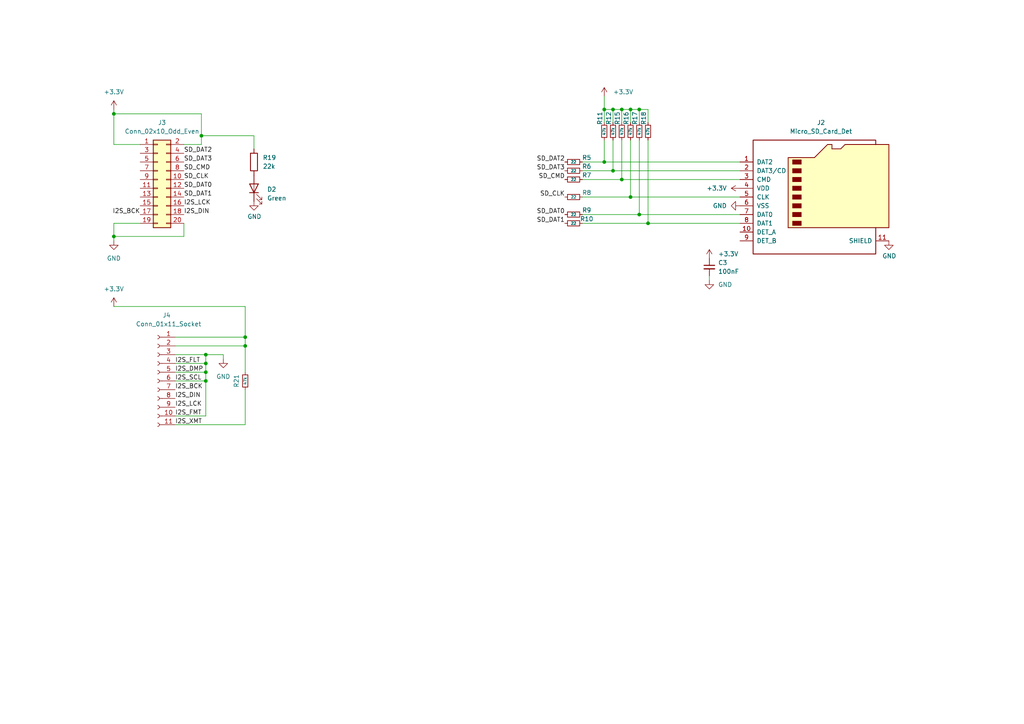
<source format=kicad_sch>
(kicad_sch (version 20230121) (generator eeschema)
  (paper "A4")
  (lib_symbols
    (symbol "+3.3V_1" (power) (pin_names (offset 0))
      (property "Value" "+3.3V_1" (at 0 3.556 0))
      (symbol "+3.3V_1_0_1"
        (polyline (pts (xy -0.762 1.27) (xy 0 2.54)))
        (polyline (pts (xy 0 0) (xy 0 2.54)))
        (polyline (pts (xy 0 2.54) (xy 0.762 1.27)))
      )
      (symbol "+3.3V_1_1_1"
        (pin power_in line (at 0 0 90) (length 0) hide (name "+3.3V") (number "1"))
      )
    )
    (symbol "Connector:Conn_01x11_Socket" (pin_names (offset 1.016) hide)
      (property "Reference" "J" (at 0 15.24 0))
      (property "Value" "Conn_01x11_Socket" (at 0 -15.24 0))
      (symbol "Conn_01x11_Socket_1_1"
        (arc (start 0 -12.192) (mid -0.5058 -12.7) (end 0 -13.208) (stroke (width 0.1524)))
        (arc (start 0 -9.652) (mid -0.5058 -10.16) (end 0 -10.668) (stroke (width 0.1524)))
        (arc (start 0 -7.112) (mid -0.5058 -7.62) (end 0 -8.128) (stroke (width 0.1524)))
        (arc (start 0 -4.572) (mid -0.5058 -5.08) (end 0 -5.588) (stroke (width 0.1524)))
        (arc (start 0 -2.032) (mid -0.5058 -2.54) (end 0 -3.048) (stroke (width 0.1524)))
        (polyline (pts (xy -1.27 -12.7) (xy -0.508 -12.7)) (stroke (width 0.1524)))
        (polyline (pts (xy -1.27 -10.16) (xy -0.508 -10.16)) (stroke (width 0.1524)))
        (polyline (pts (xy -1.27 -7.62) (xy -0.508 -7.62)) (stroke (width 0.1524)))
        (polyline (pts (xy -1.27 -5.08) (xy -0.508 -5.08)) (stroke (width 0.1524)))
        (polyline (pts (xy -1.27 -2.54) (xy -0.508 -2.54)) (stroke (width 0.1524)))
        (polyline (pts (xy -1.27 0) (xy -0.508 0)) (stroke (width 0.1524)))
        (polyline (pts (xy -1.27 2.54) (xy -0.508 2.54)) (stroke (width 0.1524)))
        (polyline (pts (xy -1.27 5.08) (xy -0.508 5.08)) (stroke (width 0.1524)))
        (polyline (pts (xy -1.27 7.62) (xy -0.508 7.62)) (stroke (width 0.1524)))
        (polyline (pts (xy -1.27 10.16) (xy -0.508 10.16)) (stroke (width 0.1524)))
        (polyline (pts (xy -1.27 12.7) (xy -0.508 12.7)) (stroke (width 0.1524)))
        (arc (start 0 0.508) (mid -0.5058 0) (end 0 -0.508) (stroke (width 0.1524)))
        (arc (start 0 3.048) (mid -0.5058 2.54) (end 0 2.032) (stroke (width 0.1524)))
        (arc (start 0 5.588) (mid -0.5058 5.08) (end 0 4.572) (stroke (width 0.1524)))
        (arc (start 0 8.128) (mid -0.5058 7.62) (end 0 7.112) (stroke (width 0.1524)))
        (arc (start 0 10.668) (mid -0.5058 10.16) (end 0 9.652) (stroke (width 0.1524)))
        (arc (start 0 13.208) (mid -0.5058 12.7) (end 0 12.192) (stroke (width 0.1524)))
        (pin passive line (at -5.08 12.7 0) (length 3.81) (name "Pin_1") (number "1"))
        (pin passive line (at -5.08 -10.16 0) (length 3.81) (name "Pin_10") (number "10"))
        (pin passive line (at -5.08 -12.7 0) (length 3.81) (name "Pin_11") (number "11"))
        (pin passive line (at -5.08 10.16 0) (length 3.81) (name "Pin_2") (number "2"))
        (pin passive line (at -5.08 7.62 0) (length 3.81) (name "Pin_3") (number "3"))
        (pin passive line (at -5.08 5.08 0) (length 3.81) (name "Pin_4") (number "4"))
        (pin passive line (at -5.08 2.54 0) (length 3.81) (name "Pin_5") (number "5"))
        (pin passive line (at -5.08 0 0) (length 3.81) (name "Pin_6") (number "6"))
        (pin passive line (at -5.08 -2.54 0) (length 3.81) (name "Pin_7") (number "7"))
        (pin passive line (at -5.08 -5.08 0) (length 3.81) (name "Pin_8") (number "8"))
        (pin passive line (at -5.08 -7.62 0) (length 3.81) (name "Pin_9") (number "9"))
      )
    )
    (symbol "Connector:Micro_SD_Card_Det" (pin_names (offset 1.016))
      (property "Reference" "J" (at -16.51 17.78 0))
      (property "Value" "Micro_SD_Card_Det" (at 16.51 17.78 0))
      (symbol "Micro_SD_Card_Det_0_1"
        (rectangle (start -7.62 -6.985) (end -5.08 -8.255) (fill (type outline)))
        (rectangle (start -7.62 -4.445) (end -5.08 -5.715) (fill (type outline)))
        (rectangle (start -7.62 -1.905) (end -5.08 -3.175) (fill (type outline)))
        (rectangle (start -7.62 0.635) (end -5.08 -0.635) (fill (type outline)))
        (rectangle (start -7.62 3.175) (end -5.08 1.905) (fill (type outline)))
        (rectangle (start -7.62 5.715) (end -5.08 4.445) (fill (type outline)))
        (rectangle (start -7.62 8.255) (end -5.08 6.985) (fill (type outline)))
        (rectangle (start -7.62 10.795) (end -5.08 9.525) (fill (type outline)))
        (polyline (pts (xy 16.51 15.24) (xy 16.51 16.51) (xy -19.05 16.51) (xy -19.05 -16.51) (xy 16.51 -16.51) (xy 16.51 -8.89)) (stroke (width 0.254)))
        (polyline (pts (xy -8.89 -8.89) (xy -8.89 11.43) (xy -1.27 11.43) (xy 2.54 15.24) (xy 3.81 15.24) (xy 3.81 13.97) (xy 6.35 13.97) (xy 7.62 15.24) (xy 20.32 15.24) (xy 20.32 -8.89) (xy -8.89 -8.89)) (stroke (width 0.254)) (fill (type background)))
      )
      (symbol "Micro_SD_Card_Det_1_1"
        (pin bidirectional line (at -22.86 10.16 0) (length 3.81) (name "DAT2") (number "1"))
        (pin passive line (at -22.86 -10.16 0) (length 3.81) (name "DET_A") (number "10"))
        (pin passive line (at 20.32 -12.7 180) (length 3.81) (name "SHIELD") (number "11"))
        (pin bidirectional line (at -22.86 7.62 0) (length 3.81) (name "DAT3/CD") (number "2"))
        (pin input line (at -22.86 5.08 0) (length 3.81) (name "CMD") (number "3"))
        (pin power_in line (at -22.86 2.54 0) (length 3.81) (name "VDD") (number "4"))
        (pin input line (at -22.86 0 0) (length 3.81) (name "CLK") (number "5"))
        (pin power_in line (at -22.86 -2.54 0) (length 3.81) (name "VSS") (number "6"))
        (pin bidirectional line (at -22.86 -5.08 0) (length 3.81) (name "DAT0") (number "7"))
        (pin bidirectional line (at -22.86 -7.62 0) (length 3.81) (name "DAT1") (number "8"))
        (pin passive line (at -22.86 -12.7 0) (length 3.81) (name "DET_B") (number "9"))
      )
    )
    (symbol "Connector_Generic:Conn_02x10_Odd_Even" (pin_names (offset 1.016) hide)
      (property "Reference" "J" (at 1.27 12.7 0))
      (property "Value" "Conn_02x10_Odd_Even" (at 1.27 -15.24 0))
      (symbol "Conn_02x10_Odd_Even_1_1"
        (rectangle (start -1.27 -12.573) (end 0 -12.827) (stroke (width 0.1524)))
        (rectangle (start -1.27 -10.033) (end 0 -10.287) (stroke (width 0.1524)))
        (rectangle (start -1.27 -7.493) (end 0 -7.747) (stroke (width 0.1524)))
        (rectangle (start -1.27 -4.953) (end 0 -5.207) (stroke (width 0.1524)))
        (rectangle (start -1.27 -2.413) (end 0 -2.667) (stroke (width 0.1524)))
        (rectangle (start -1.27 0.127) (end 0 -0.127) (stroke (width 0.1524)))
        (rectangle (start -1.27 2.667) (end 0 2.413) (stroke (width 0.1524)))
        (rectangle (start -1.27 5.207) (end 0 4.953) (stroke (width 0.1524)))
        (rectangle (start -1.27 7.747) (end 0 7.493) (stroke (width 0.1524)))
        (rectangle (start -1.27 10.287) (end 0 10.033) (stroke (width 0.1524)))
        (rectangle (start -1.27 11.43) (end 3.81 -13.97) (stroke (width 0.254)) (fill (type background)))
        (rectangle (start 3.81 -12.573) (end 2.54 -12.827) (stroke (width 0.1524)))
        (rectangle (start 3.81 -10.033) (end 2.54 -10.287) (stroke (width 0.1524)))
        (rectangle (start 3.81 -7.493) (end 2.54 -7.747) (stroke (width 0.1524)))
        (rectangle (start 3.81 -4.953) (end 2.54 -5.207) (stroke (width 0.1524)))
        (rectangle (start 3.81 -2.413) (end 2.54 -2.667) (stroke (width 0.1524)))
        (rectangle (start 3.81 0.127) (end 2.54 -0.127) (stroke (width 0.1524)))
        (rectangle (start 3.81 2.667) (end 2.54 2.413) (stroke (width 0.1524)))
        (rectangle (start 3.81 5.207) (end 2.54 4.953) (stroke (width 0.1524)))
        (rectangle (start 3.81 7.747) (end 2.54 7.493) (stroke (width 0.1524)))
        (rectangle (start 3.81 10.287) (end 2.54 10.033) (stroke (width 0.1524)))
        (pin passive line (at -5.08 10.16 0) (length 3.81) (name "Pin_1") (number "1"))
        (pin passive line (at 7.62 0 180) (length 3.81) (name "Pin_10") (number "10"))
        (pin passive line (at -5.08 -2.54 0) (length 3.81) (name "Pin_11") (number "11"))
        (pin passive line (at 7.62 -2.54 180) (length 3.81) (name "Pin_12") (number "12"))
        (pin passive line (at -5.08 -5.08 0) (length 3.81) (name "Pin_13") (number "13"))
        (pin passive line (at 7.62 -5.08 180) (length 3.81) (name "Pin_14") (number "14"))
        (pin passive line (at -5.08 -7.62 0) (length 3.81) (name "Pin_15") (number "15"))
        (pin passive line (at 7.62 -7.62 180) (length 3.81) (name "Pin_16") (number "16"))
        (pin passive line (at -5.08 -10.16 0) (length 3.81) (name "Pin_17") (number "17"))
        (pin passive line (at 7.62 -10.16 180) (length 3.81) (name "Pin_18") (number "18"))
        (pin passive line (at -5.08 -12.7 0) (length 3.81) (name "Pin_19") (number "19"))
        (pin passive line (at 7.62 10.16 180) (length 3.81) (name "Pin_2") (number "2"))
        (pin passive line (at 7.62 -12.7 180) (length 3.81) (name "Pin_20") (number "20"))
        (pin passive line (at -5.08 7.62 0) (length 3.81) (name "Pin_3") (number "3"))
        (pin passive line (at 7.62 7.62 180) (length 3.81) (name "Pin_4") (number "4"))
        (pin passive line (at -5.08 5.08 0) (length 3.81) (name "Pin_5") (number "5"))
        (pin passive line (at 7.62 5.08 180) (length 3.81) (name "Pin_6") (number "6"))
        (pin passive line (at -5.08 2.54 0) (length 3.81) (name "Pin_7") (number "7"))
        (pin passive line (at 7.62 2.54 180) (length 3.81) (name "Pin_8") (number "8"))
        (pin passive line (at -5.08 0 0) (length 3.81) (name "Pin_9") (number "9"))
      )
    )
    (symbol "Device:C_Small" (pin_numbers hide) (pin_names (offset 0.254) hide)
      (property "Reference" "C" (at 0.254 1.778 0))
      (property "Value" "C_Small" (at 0.254 -2.032 0))
      (symbol "C_Small_0_1"
        (polyline (pts (xy -1.524 -0.508) (xy 1.524 -0.508)) (stroke (width 0.3302)))
        (polyline (pts (xy -1.524 0.508) (xy 1.524 0.508)) (stroke (width 0.3048)))
      )
      (symbol "C_Small_1_1"
        (pin passive line (at 0 2.54 270) (length 2.032) (name "~") (number "1"))
        (pin passive line (at 0 -2.54 90) (length 2.032) (name "~") (number "2"))
      )
    )
    (symbol "Device:LED" (pin_numbers hide) (pin_names (offset 1.016) hide)
      (property "Reference" "D" (at 0 2.54 0))
      (property "Value" "LED" (at 0 -2.54 0))
      (symbol "LED_0_1"
        (polyline (pts (xy -1.27 -1.27) (xy -1.27 1.27)) (stroke (width 0.254)))
        (polyline (pts (xy -1.27 0) (xy 1.27 0)))
        (polyline (pts (xy 1.27 -1.27) (xy 1.27 1.27) (xy -1.27 0) (xy 1.27 -1.27)) (stroke (width 0.254)))
        (polyline (pts (xy -3.048 -0.762) (xy -4.572 -2.286) (xy -3.81 -2.286) (xy -4.572 -2.286) (xy -4.572 -1.524)))
        (polyline (pts (xy -1.778 -0.762) (xy -3.302 -2.286) (xy -2.54 -2.286) (xy -3.302 -2.286) (xy -3.302 -1.524)))
      )
      (symbol "LED_1_1"
        (pin passive line (at -3.81 0 0) (length 2.54) (name "K") (number "1"))
        (pin passive line (at 3.81 0 180) (length 2.54) (name "A") (number "2"))
      )
    )
    (symbol "Device:R" (pin_numbers hide) (pin_names (offset 0))
      (property "Reference" "R" (at 2.032 0 90))
      (property "Value" "R" (at 0 0 90))
      (symbol "R_0_1"
        (rectangle (start -1.016 -2.54) (end 1.016 2.54) (stroke (width 0.254)))
      )
      (symbol "R_1_1"
        (pin passive line (at 0 3.81 270) (length 1.27) (name "~") (number "1"))
        (pin passive line (at 0 -3.81 90) (length 1.27) (name "~") (number "2"))
      )
    )
    (symbol "Device:R_Small" (pin_numbers hide) (pin_names (offset 0.254) hide)
      (property "Reference" "R" (at 0.762 0.508 0))
      (property "Value" "R_Small" (at 0.762 -1.016 0))
      (symbol "R_Small_0_1"
        (rectangle (start -0.762 1.778) (end 0.762 -1.778) (stroke (width 0.2032)))
      )
      (symbol "R_Small_1_1"
        (pin passive line (at 0 2.54 270) (length 0.762) (name "~") (number "1"))
        (pin passive line (at 0 -2.54 90) (length 0.762) (name "~") (number "2"))
      )
    )
    (symbol "GND_1" (power) (pin_names (offset 0))
      (property "Value" "GND_1" (at 0 -3.81 0))
      (symbol "GND_1_0_1"
        (polyline (pts (xy 0 0) (xy 0 -1.27) (xy 1.27 -1.27) (xy 0 -2.54) (xy -1.27 -1.27) (xy 0 -1.27)))
      )
      (symbol "GND_1_1_1"
        (pin power_in line (at 0 0 270) (length 0) hide (name "GND") (number "1"))
      )
    )
    (symbol "power:+3.3V" (power) (pin_names (offset 0))
      (property "Value" "+3.3V" (at 0 3.556 0))
      (symbol "+3.3V_0_1"
        (polyline (pts (xy -0.762 1.27) (xy 0 2.54)))
        (polyline (pts (xy 0 0) (xy 0 2.54)))
        (polyline (pts (xy 0 2.54) (xy 0.762 1.27)))
      )
      (symbol "+3.3V_1_1"
        (pin power_in line (at 0 0 90) (length 0) hide (name "+3.3V") (number "1"))
      )
    )
    (symbol "power:GND" (power) (pin_names (offset 0))
      (property "Value" "GND" (at 0 -3.81 0))
      (symbol "GND_0_1"
        (polyline (pts (xy 0 0) (xy 0 -1.27) (xy 1.27 -1.27) (xy 0 -2.54) (xy -1.27 -1.27) (xy 0 -1.27)))
      )
      (symbol "GND_1_1"
        (pin power_in line (at 0 0 270) (length 0) hide (name "GND") (number "1"))
      )
    )
  )
  (junction (at 175.26 46.99))
  (junction (at 180.34 31.75))
  (junction (at 71.12 97.79))
  (junction (at 59.69 110.49))
  (junction (at 180.34 52.07))
  (junction (at 59.69 102.87))
  (junction (at 33.02 68.58))
  (junction (at 177.8 31.75))
  (junction (at 185.42 62.23))
  (junction (at 59.69 107.95))
  (junction (at 182.88 31.75))
  (junction (at 59.69 105.41))
  (junction (at 33.02 33.02))
  (junction (at 175.26 31.75))
  (junction (at 177.8 49.53))
  (junction (at 187.96 64.77))
  (junction (at 182.88 57.15))
  (junction (at 58.42 39.37))
  (junction (at 185.42 31.75))
  (junction (at 71.12 100.33))
  (wire (pts (xy 53.34 41.91) (xy 58.42 41.91)))
  (wire (pts (xy 73.66 39.37) (xy 58.42 39.37)))
  (wire (pts (xy 168.91 52.07) (xy 180.34 52.07)))
  (wire (pts (xy 33.02 33.02) (xy 33.02 41.91)))
  (wire (pts (xy 73.66 43.18) (xy 73.66 39.37)))
  (wire (pts (xy 177.8 49.53) (xy 214.63 49.53)))
  (wire (pts (xy 71.12 113.03) (xy 71.12 123.19)))
  (wire (pts (xy 175.26 31.75) (xy 175.26 35.56)))
  (wire (pts (xy 168.91 64.77) (xy 187.96 64.77)))
  (wire (pts (xy 50.8 110.49) (xy 59.69 110.49)))
  (wire (pts (xy 59.69 110.49) (xy 59.69 107.95)))
  (wire (pts (xy 168.91 62.23) (xy 185.42 62.23)))
  (wire (pts (xy 175.26 27.94) (xy 175.26 31.75)))
  (wire (pts (xy 64.77 102.87) (xy 59.69 102.87)))
  (wire (pts (xy 182.88 40.64) (xy 182.88 57.15)))
  (wire (pts (xy 50.8 100.33) (xy 71.12 100.33)))
  (wire (pts (xy 177.8 40.64) (xy 177.8 49.53)))
  (wire (pts (xy 182.88 31.75) (xy 180.34 31.75)))
  (wire (pts (xy 40.64 64.77) (xy 33.02 64.77)))
  (wire (pts (xy 168.91 49.53) (xy 177.8 49.53)))
  (wire (pts (xy 59.69 107.95) (xy 59.69 105.41)))
  (wire (pts (xy 185.42 62.23) (xy 214.63 62.23)))
  (wire (pts (xy 59.69 105.41) (xy 59.69 102.87)))
  (wire (pts (xy 180.34 52.07) (xy 214.63 52.07)))
  (wire (pts (xy 185.42 40.64) (xy 185.42 62.23)))
  (wire (pts (xy 33.02 64.77) (xy 33.02 68.58)))
  (wire (pts (xy 71.12 88.9) (xy 71.12 97.79)))
  (wire (pts (xy 180.34 40.64) (xy 180.34 52.07)))
  (wire (pts (xy 168.91 46.99) (xy 175.26 46.99)))
  (wire (pts (xy 58.42 33.02) (xy 33.02 33.02)))
  (wire (pts (xy 33.02 88.9) (xy 71.12 88.9)))
  (wire (pts (xy 182.88 57.15) (xy 214.63 57.15)))
  (wire (pts (xy 180.34 31.75) (xy 177.8 31.75)))
  (wire (pts (xy 50.8 97.79) (xy 71.12 97.79)))
  (wire (pts (xy 71.12 123.19) (xy 50.8 123.19)))
  (wire (pts (xy 58.42 39.37) (xy 58.42 33.02)))
  (wire (pts (xy 64.77 104.14) (xy 64.77 102.87)))
  (wire (pts (xy 59.69 120.65) (xy 59.69 110.49)))
  (wire (pts (xy 33.02 33.02) (xy 33.02 31.75)))
  (wire (pts (xy 175.26 40.64) (xy 175.26 46.99)))
  (wire (pts (xy 180.34 35.56) (xy 180.34 31.75)))
  (wire (pts (xy 187.96 40.64) (xy 187.96 64.77)))
  (wire (pts (xy 33.02 68.58) (xy 33.02 69.85)))
  (wire (pts (xy 53.34 64.77) (xy 53.34 68.58)))
  (wire (pts (xy 50.8 105.41) (xy 59.69 105.41)))
  (wire (pts (xy 187.96 64.77) (xy 214.63 64.77)))
  (wire (pts (xy 175.26 46.99) (xy 214.63 46.99)))
  (wire (pts (xy 185.42 35.56) (xy 185.42 31.75)))
  (wire (pts (xy 71.12 100.33) (xy 71.12 97.79)))
  (wire (pts (xy 58.42 41.91) (xy 58.42 39.37)))
  (wire (pts (xy 187.96 31.75) (xy 185.42 31.75)))
  (wire (pts (xy 40.64 41.91) (xy 33.02 41.91)))
  (wire (pts (xy 177.8 35.56) (xy 177.8 31.75)))
  (wire (pts (xy 182.88 31.75) (xy 185.42 31.75)))
  (wire (pts (xy 50.8 107.95) (xy 59.69 107.95)))
  (wire (pts (xy 187.96 35.56) (xy 187.96 31.75)))
  (wire (pts (xy 168.91 57.15) (xy 182.88 57.15)))
  (wire (pts (xy 205.74 81.28) (xy 205.74 80.01)))
  (wire (pts (xy 50.8 102.87) (xy 59.69 102.87)))
  (wire (pts (xy 182.88 35.56) (xy 182.88 31.75)))
  (wire (pts (xy 50.8 120.65) (xy 59.69 120.65)))
  (wire (pts (xy 33.02 68.58) (xy 53.34 68.58)))
  (wire (pts (xy 71.12 100.33) (xy 71.12 107.95)))
  (wire (pts (xy 177.8 31.75) (xy 175.26 31.75)))
  (label "SD_DAT2" (at 163.83 46.99 180))
  (label "I2S_XMT" (at 50.8 123.19 0))
  (label "I2S_DIN" (at 53.34 62.23 0))
  (label "SD_DAT2" (at 53.34 44.45 0))
  (label "SD_DAT3" (at 163.83 49.53 180))
  (label "SD_DAT1" (at 163.83 64.77 180))
  (label "SD_DAT0" (at 163.83 62.23 180))
  (label "I2S_LCK" (at 50.8 118.11 0))
  (label "I2S_LCK" (at 53.34 59.69 0))
  (label "SD_DAT0" (at 53.34 54.61 0))
  (label "I2S_SCL" (at 50.8 110.49 0))
  (label "SD_CLK" (at 53.34 52.07 0))
  (label "I2S_BCK" (at 50.8 113.03 0))
  (label "SD_DAT1" (at 53.34 57.15 0))
  (label "I2S_DMP" (at 50.8 107.95 0))
  (label "SD_CMD" (at 163.83 52.07 180))
  (label "I2S_DIN" (at 50.8 115.57 0))
  (label "SD_CMD" (at 53.34 49.53 0))
  (label "I2S_BCK" (at 40.64 62.23 180))
  (label "I2S_FLT" (at 50.8 105.41 0))
  (label "SD_DAT3" (at 53.34 46.99 0))
  (label "SD_CLK" (at 163.83 57.15 180))
  (label "I2S_FMT" (at 50.8 120.65 0))
  (symbol (lib_id "Device:R_Small") (at 71.12 110.49 180) (unit 1)
    (property "Reference" "R21" (at 68.58 110.49 90))
    (property "Value" "47k" (at 71.12 110.49 90) (effects (font (size 0.8 0.8))))
    (property "Footprint" "lc:0402_R" (effects hide))
  )
  (symbol (lib_id "Device:R_Small") (at 166.37 62.23 90) (unit 1)
    (property "Reference" "R9" (at 170.18 60.96 90))
    (property "Value" "22" (at 166.37 62.23 90) (effects (font (size 0.8 0.8))))
    (property "Footprint" "lc:0402_R" (effects hide))
  )
  (symbol (lib_id "power:GND") (at 214.63 59.69 270) (unit 1)
    (property "Reference" "#PWR0102" (effects hide))
    (property "Value" "GND" (at 210.82 59.6899 90) (effects (justify right)))
  )
  (symbol (lib_id "Device:LED") (at 73.66 54.61 90) (unit 1)
    (property "Reference" "D2" (at 77.47 54.9274 90) (effects (justify right)))
    (property "Value" "Green" (at 77.47 57.4674 90) (effects (justify right)))
    (property "Footprint" "lc:0805_LED_S1_NUM" (effects hide))
  )
  (symbol (lib_id "Device:R_Small") (at 166.37 57.15 90) (unit 1)
    (property "Reference" "R8" (at 170.18 55.88 90))
    (property "Value" "22" (at 166.37 57.15 90) (effects (font (size 0.8 0.8))))
    (property "Footprint" "lc:0402_R" (effects hide))
  )
  (symbol (lib_id "power:+3.3V") (at 205.74 74.93 0) (unit 1)
    (property "Reference" "#PWR0114" (effects hide))
    (property "Value" "+3.3V" (at 208.28 73.6599 0) (effects (justify left)))
  )
  (symbol (lib_id "Device:R_Small") (at 166.37 64.77 90) (unit 1)
    (property "Reference" "R10" (at 170.18 63.5 90))
    (property "Value" "22" (at 166.37 64.77 90) (effects (font (size 0.8 0.8))))
    (property "Footprint" "lc:0402_R" (effects hide))
  )
  (symbol (lib_id "Connector_Generic:Conn_02x10_Odd_Even") (at 45.72 52.07 0) (unit 1)
    (property "Reference" "J3" (at 46.99 35.56 0))
    (property "Value" "Conn_02x10_Odd_Even" (at 46.99 38.1 0))
    (property "Footprint" "t123yh:PinSocket_2.54mm_Nose" (effects hide))
  )
  (symbol (lib_id "Connector:Conn_01x11_Socket") (at 45.72 110.49 0) (mirror y) (unit 1)
    (property "Reference" "J4" (at 49.53 91.44 0) (effects (justify left)))
    (property "Value" "Conn_01x11_Socket" (at 58.42 93.98 0) (effects (justify left)))
    (property "Footprint" "Connector_PinSocket_2.54mm:PinSocket_1x11_P2.54mm_Vertical" (effects hide))
  )
  (symbol (lib_id "Connector:Micro_SD_Card_Det") (at 237.49 57.15 0) (unit 1)
    (property "Reference" "J2" (at 238.125 35.56 0))
    (property "Value" "Micro_SD_Card_Det" (at 238.125 38.1 0))
    (property "Footprint" "t123yh:XUNPU-TF-115" (effects hide))
    (property "Datasheet" "https://www.hirose.com/product/en/download_file/key_name/DM3/category/Catalog/doc_file_id/49662/?file_category_id=4&item_id=195&is_series=1" (effects hide))
  )
  (symbol (lib_id "power:+3.3V") (at 33.02 31.75 0) (unit 1)
    (property "Reference" "#PWR0106" (effects hide))
    (property "Value" "+3.3V" (at 33.02 26.67 0))
  )
  (symbol (lib_id "power:+3.3V") (at 214.63 54.61 90) (unit 1)
    (property "Reference" "#PWR0101" (effects hide))
    (property "Value" "+3.3V" (at 210.82 54.6099 90) (effects (justify left)))
  )
  (symbol (lib_id "Device:R_Small") (at 182.88 38.1 180) (unit 1)
    (property "Reference" "R16" (at 181.61 34.29 90))
    (property "Value" "47k" (at 182.88 38.1 90) (effects (font (size 0.8 0.8))))
    (property "Footprint" "lc:0402_R" (effects hide))
  )
  (symbol (lib_id "power:+3.3V") (at 175.26 27.94 0) (unit 1)
    (property "Reference" "#PWR0104" (effects hide))
    (property "Value" "+3.3V" (at 177.8 26.6699 0) (effects (justify left)))
  )
  (symbol (lib_id "Device:R_Small") (at 180.34 38.1 180) (unit 1)
    (property "Reference" "R15" (at 179.07 34.29 90))
    (property "Value" "47k" (at 180.34 38.1 90) (effects (font (size 0.8 0.8))))
    (property "Footprint" "lc:0402_R" (effects hide))
  )
  (symbol (lib_id "power:GND") (at 205.74 81.28 0) (unit 1)
    (property "Reference" "#PWR0115" (effects hide))
    (property "Value" "GND" (at 208.28 82.5499 0) (effects (justify left)))
  )
  (symbol (lib_id "Device:R") (at 73.66 46.99 180) (unit 1)
    (property "Reference" "R19" (at 76.2 45.7199 0) (effects (justify right)))
    (property "Value" "22k" (at 76.2 48.2599 0) (effects (justify right)))
    (property "Footprint" "lc:0402_R" (effects hide))
  )
  (symbol (lib_id "Device:R_Small") (at 177.8 38.1 180) (unit 1)
    (property "Reference" "R12" (at 176.53 34.29 90))
    (property "Value" "47k" (at 177.8 38.1 90) (effects (font (size 0.8 0.8))))
    (property "Footprint" "lc:0402_R" (effects hide))
  )
  (symbol (lib_id "Device:R_Small") (at 187.96 38.1 180) (unit 1)
    (property "Reference" "R18" (at 186.69 34.29 90))
    (property "Value" "47k" (at 187.96 38.1 90) (effects (font (size 0.8 0.8))))
    (property "Footprint" "lc:0402_R" (effects hide))
  )
  (symbol (lib_id "Device:R_Small") (at 185.42 38.1 180) (unit 1)
    (property "Reference" "R17" (at 184.15 34.29 90))
    (property "Value" "47k" (at 185.42 38.1 90) (effects (font (size 0.8 0.8))))
    (property "Footprint" "lc:0402_R" (effects hide))
  )
  (symbol (lib_id "Device:R_Small") (at 166.37 52.07 90) (unit 1)
    (property "Reference" "R7" (at 170.18 50.8 90))
    (property "Value" "22" (at 166.37 52.07 90) (effects (font (size 0.8 0.8))))
    (property "Footprint" "lc:0402_R" (effects hide))
  )
  (symbol (lib_name "GND_1") (lib_id "power:GND") (at 64.77 104.14 0) (unit 1)
    (property "Reference" "#PWR02" (effects hide))
    (property "Value" "GND" (at 64.77 109.22 0))
  )
  (symbol (lib_name "+3.3V_1") (lib_id "power:+3.3V") (at 33.02 88.9 0) (unit 1)
    (property "Reference" "#PWR01" (effects hide))
    (property "Value" "+3.3V" (at 33.02 83.82 0))
  )
  (symbol (lib_id "power:GND") (at 73.66 58.42 0) (unit 1)
    (property "Reference" "#PWR0105" (effects hide))
    (property "Value" "GND" (at 73.787 62.8142 0))
  )
  (symbol (lib_id "Device:R_Small") (at 166.37 49.53 90) (unit 1)
    (property "Reference" "R6" (at 170.18 48.26 90))
    (property "Value" "22" (at 166.37 49.53 90) (effects (font (size 0.8 0.8))))
    (property "Footprint" "lc:0402_R" (effects hide))
  )
  (symbol (lib_id "power:GND") (at 257.81 69.85 0) (unit 1)
    (property "Reference" "#PWR0103" (effects hide))
    (property "Value" "GND" (at 257.937 74.2442 0))
  )
  (symbol (lib_id "Device:C_Small") (at 205.74 77.47 0) (unit 1)
    (property "Reference" "C3" (at 208.28 76.2062 0) (effects (justify left)))
    (property "Value" "100nF" (at 208.28 78.7462 0) (effects (justify left)))
    (property "Footprint" "lc:0402_C" (effects hide))
  )
  (symbol (lib_id "Device:R_Small") (at 175.26 38.1 180) (unit 1)
    (property "Reference" "R11" (at 173.99 34.29 90))
    (property "Value" "47k" (at 175.26 38.1 90) (effects (font (size 0.8 0.8))))
    (property "Footprint" "lc:0402_R" (effects hide))
  )
  (symbol (lib_id "Device:R_Small") (at 166.37 46.99 90) (unit 1)
    (property "Reference" "R5" (at 170.18 45.72 90))
    (property "Value" "22" (at 166.37 46.99 90) (effects (font (size 0.8 0.8))))
    (property "Footprint" "lc:0402_R" (effects hide))
  )
  (symbol (lib_id "power:GND") (at 33.02 69.85 0) (unit 1)
    (property "Reference" "#PWR0107" (effects hide))
    (property "Value" "GND" (at 33.02 74.93 0))
  )
)
</source>
